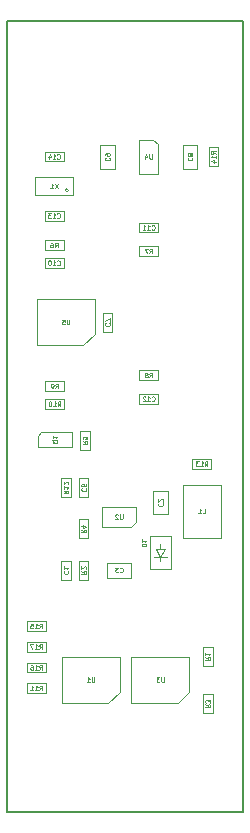
<source format=gbr>
%TF.GenerationSoftware,KiCad,Pcbnew,7.0.10*%
%TF.CreationDate,2024-02-17T17:59:34+01:00*%
%TF.ProjectId,Master_Clock,4d617374-6572-45f4-936c-6f636b2e6b69,1.1*%
%TF.SameCoordinates,Original*%
%TF.FileFunction,AssemblyDrawing,Bot*%
%FSLAX46Y46*%
G04 Gerber Fmt 4.6, Leading zero omitted, Abs format (unit mm)*
G04 Created by KiCad (PCBNEW 7.0.10) date 2024-02-17 17:59:34*
%MOMM*%
%LPD*%
G01*
G04 APERTURE LIST*
%ADD10C,0.060000*%
%ADD11C,0.100000*%
%TA.AperFunction,Profile*%
%ADD12C,0.150000*%
%TD*%
G04 APERTURE END LIST*
D10*
X148257142Y-74643832D02*
X148276190Y-74662880D01*
X148276190Y-74662880D02*
X148333332Y-74681927D01*
X148333332Y-74681927D02*
X148371428Y-74681927D01*
X148371428Y-74681927D02*
X148428571Y-74662880D01*
X148428571Y-74662880D02*
X148466666Y-74624784D01*
X148466666Y-74624784D02*
X148485713Y-74586689D01*
X148485713Y-74586689D02*
X148504761Y-74510499D01*
X148504761Y-74510499D02*
X148504761Y-74453356D01*
X148504761Y-74453356D02*
X148485713Y-74377165D01*
X148485713Y-74377165D02*
X148466666Y-74339070D01*
X148466666Y-74339070D02*
X148428571Y-74300975D01*
X148428571Y-74300975D02*
X148371428Y-74281927D01*
X148371428Y-74281927D02*
X148333332Y-74281927D01*
X148333332Y-74281927D02*
X148276190Y-74300975D01*
X148276190Y-74300975D02*
X148257142Y-74320022D01*
X147876190Y-74681927D02*
X148104761Y-74681927D01*
X147990475Y-74681927D02*
X147990475Y-74281927D01*
X147990475Y-74281927D02*
X148028571Y-74339070D01*
X148028571Y-74339070D02*
X148066666Y-74377165D01*
X148066666Y-74377165D02*
X148104761Y-74396213D01*
X147742857Y-74281927D02*
X147495238Y-74281927D01*
X147495238Y-74281927D02*
X147628571Y-74434308D01*
X147628571Y-74434308D02*
X147571428Y-74434308D01*
X147571428Y-74434308D02*
X147533333Y-74453356D01*
X147533333Y-74453356D02*
X147514285Y-74472403D01*
X147514285Y-74472403D02*
X147495238Y-74510499D01*
X147495238Y-74510499D02*
X147495238Y-74605737D01*
X147495238Y-74605737D02*
X147514285Y-74643832D01*
X147514285Y-74643832D02*
X147533333Y-74662880D01*
X147533333Y-74662880D02*
X147571428Y-74681927D01*
X147571428Y-74681927D02*
X147685714Y-74681927D01*
X147685714Y-74681927D02*
X147723809Y-74662880D01*
X147723809Y-74662880D02*
X147742857Y-74643832D01*
X155418072Y-102495237D02*
X155818072Y-102495237D01*
X155818072Y-102495237D02*
X155818072Y-102399999D01*
X155818072Y-102399999D02*
X155799024Y-102342856D01*
X155799024Y-102342856D02*
X155760929Y-102304761D01*
X155760929Y-102304761D02*
X155722834Y-102285714D01*
X155722834Y-102285714D02*
X155646643Y-102266666D01*
X155646643Y-102266666D02*
X155589500Y-102266666D01*
X155589500Y-102266666D02*
X155513310Y-102285714D01*
X155513310Y-102285714D02*
X155475215Y-102304761D01*
X155475215Y-102304761D02*
X155437120Y-102342856D01*
X155437120Y-102342856D02*
X155418072Y-102399999D01*
X155418072Y-102399999D02*
X155418072Y-102495237D01*
X155418072Y-101885714D02*
X155418072Y-102114285D01*
X155418072Y-101999999D02*
X155818072Y-101999999D01*
X155818072Y-101999999D02*
X155760929Y-102038095D01*
X155760929Y-102038095D02*
X155722834Y-102076190D01*
X155722834Y-102076190D02*
X155703786Y-102114285D01*
X148307142Y-90619427D02*
X148440475Y-90428951D01*
X148535713Y-90619427D02*
X148535713Y-90219427D01*
X148535713Y-90219427D02*
X148383332Y-90219427D01*
X148383332Y-90219427D02*
X148345237Y-90238475D01*
X148345237Y-90238475D02*
X148326190Y-90257522D01*
X148326190Y-90257522D02*
X148307142Y-90295618D01*
X148307142Y-90295618D02*
X148307142Y-90352760D01*
X148307142Y-90352760D02*
X148326190Y-90390856D01*
X148326190Y-90390856D02*
X148345237Y-90409903D01*
X148345237Y-90409903D02*
X148383332Y-90428951D01*
X148383332Y-90428951D02*
X148535713Y-90428951D01*
X147926190Y-90619427D02*
X148154761Y-90619427D01*
X148040475Y-90619427D02*
X148040475Y-90219427D01*
X148040475Y-90219427D02*
X148078571Y-90276570D01*
X148078571Y-90276570D02*
X148116666Y-90314665D01*
X148116666Y-90314665D02*
X148154761Y-90333713D01*
X147678571Y-90219427D02*
X147640476Y-90219427D01*
X147640476Y-90219427D02*
X147602380Y-90238475D01*
X147602380Y-90238475D02*
X147583333Y-90257522D01*
X147583333Y-90257522D02*
X147564285Y-90295618D01*
X147564285Y-90295618D02*
X147545238Y-90371808D01*
X147545238Y-90371808D02*
X147545238Y-90467046D01*
X147545238Y-90467046D02*
X147564285Y-90543237D01*
X147564285Y-90543237D02*
X147583333Y-90581332D01*
X147583333Y-90581332D02*
X147602380Y-90600380D01*
X147602380Y-90600380D02*
X147640476Y-90619427D01*
X147640476Y-90619427D02*
X147678571Y-90619427D01*
X147678571Y-90619427D02*
X147716666Y-90600380D01*
X147716666Y-90600380D02*
X147735714Y-90581332D01*
X147735714Y-90581332D02*
X147754761Y-90543237D01*
X147754761Y-90543237D02*
X147773809Y-90467046D01*
X147773809Y-90467046D02*
X147773809Y-90371808D01*
X147773809Y-90371808D02*
X147754761Y-90295618D01*
X147754761Y-90295618D02*
X147735714Y-90257522D01*
X147735714Y-90257522D02*
X147716666Y-90238475D01*
X147716666Y-90238475D02*
X147678571Y-90219427D01*
X147829977Y-93475595D02*
X147849024Y-93513690D01*
X147849024Y-93513690D02*
X147887120Y-93551785D01*
X147887120Y-93551785D02*
X147944262Y-93608928D01*
X147944262Y-93608928D02*
X147963310Y-93647023D01*
X147963310Y-93647023D02*
X147963310Y-93685119D01*
X147868072Y-93666071D02*
X147887120Y-93704166D01*
X147887120Y-93704166D02*
X147925215Y-93742261D01*
X147925215Y-93742261D02*
X148001405Y-93761309D01*
X148001405Y-93761309D02*
X148134739Y-93761309D01*
X148134739Y-93761309D02*
X148210929Y-93742261D01*
X148210929Y-93742261D02*
X148249024Y-93704166D01*
X148249024Y-93704166D02*
X148268072Y-93666071D01*
X148268072Y-93666071D02*
X148268072Y-93589880D01*
X148268072Y-93589880D02*
X148249024Y-93551785D01*
X148249024Y-93551785D02*
X148210929Y-93513690D01*
X148210929Y-93513690D02*
X148134739Y-93494642D01*
X148134739Y-93494642D02*
X148001405Y-93494642D01*
X148001405Y-93494642D02*
X147925215Y-93513690D01*
X147925215Y-93513690D02*
X147887120Y-93551785D01*
X147887120Y-93551785D02*
X147868072Y-93589880D01*
X147868072Y-93589880D02*
X147868072Y-93666071D01*
X147868072Y-93113690D02*
X147868072Y-93342261D01*
X147868072Y-93227975D02*
X148268072Y-93227975D01*
X148268072Y-93227975D02*
X148210929Y-93266071D01*
X148210929Y-93266071D02*
X148172834Y-93304166D01*
X148172834Y-93304166D02*
X148153786Y-93342261D01*
X152356167Y-69566666D02*
X152337120Y-69585714D01*
X152337120Y-69585714D02*
X152318072Y-69642856D01*
X152318072Y-69642856D02*
X152318072Y-69680952D01*
X152318072Y-69680952D02*
X152337120Y-69738095D01*
X152337120Y-69738095D02*
X152375215Y-69776190D01*
X152375215Y-69776190D02*
X152413310Y-69795237D01*
X152413310Y-69795237D02*
X152489500Y-69814285D01*
X152489500Y-69814285D02*
X152546643Y-69814285D01*
X152546643Y-69814285D02*
X152622834Y-69795237D01*
X152622834Y-69795237D02*
X152660929Y-69776190D01*
X152660929Y-69776190D02*
X152699024Y-69738095D01*
X152699024Y-69738095D02*
X152718072Y-69680952D01*
X152718072Y-69680952D02*
X152718072Y-69642856D01*
X152718072Y-69642856D02*
X152699024Y-69585714D01*
X152699024Y-69585714D02*
X152679977Y-69566666D01*
X152318072Y-69376190D02*
X152318072Y-69299999D01*
X152318072Y-69299999D02*
X152337120Y-69261904D01*
X152337120Y-69261904D02*
X152356167Y-69242856D01*
X152356167Y-69242856D02*
X152413310Y-69204761D01*
X152413310Y-69204761D02*
X152489500Y-69185714D01*
X152489500Y-69185714D02*
X152641881Y-69185714D01*
X152641881Y-69185714D02*
X152679977Y-69204761D01*
X152679977Y-69204761D02*
X152699024Y-69223809D01*
X152699024Y-69223809D02*
X152718072Y-69261904D01*
X152718072Y-69261904D02*
X152718072Y-69338095D01*
X152718072Y-69338095D02*
X152699024Y-69376190D01*
X152699024Y-69376190D02*
X152679977Y-69395237D01*
X152679977Y-69395237D02*
X152641881Y-69414285D01*
X152641881Y-69414285D02*
X152546643Y-69414285D01*
X152546643Y-69414285D02*
X152508548Y-69395237D01*
X152508548Y-69395237D02*
X152489500Y-69376190D01*
X152489500Y-69376190D02*
X152470453Y-69338095D01*
X152470453Y-69338095D02*
X152470453Y-69261904D01*
X152470453Y-69261904D02*
X152489500Y-69223809D01*
X152489500Y-69223809D02*
X152508548Y-69204761D01*
X152508548Y-69204761D02*
X152546643Y-69185714D01*
X150418072Y-93566666D02*
X150608548Y-93699999D01*
X150418072Y-93795237D02*
X150818072Y-93795237D01*
X150818072Y-93795237D02*
X150818072Y-93642856D01*
X150818072Y-93642856D02*
X150799024Y-93604761D01*
X150799024Y-93604761D02*
X150779977Y-93585714D01*
X150779977Y-93585714D02*
X150741881Y-93566666D01*
X150741881Y-93566666D02*
X150684739Y-93566666D01*
X150684739Y-93566666D02*
X150646643Y-93585714D01*
X150646643Y-93585714D02*
X150627596Y-93604761D01*
X150627596Y-93604761D02*
X150608548Y-93642856D01*
X150608548Y-93642856D02*
X150608548Y-93795237D01*
X150818072Y-93204761D02*
X150818072Y-93395237D01*
X150818072Y-93395237D02*
X150627596Y-93414285D01*
X150627596Y-93414285D02*
X150646643Y-93395237D01*
X150646643Y-93395237D02*
X150665691Y-93357142D01*
X150665691Y-93357142D02*
X150665691Y-93261904D01*
X150665691Y-93261904D02*
X150646643Y-93223809D01*
X150646643Y-93223809D02*
X150627596Y-93204761D01*
X150627596Y-93204761D02*
X150589500Y-93185714D01*
X150589500Y-93185714D02*
X150494262Y-93185714D01*
X150494262Y-93185714D02*
X150456167Y-93204761D01*
X150456167Y-93204761D02*
X150437120Y-93223809D01*
X150437120Y-93223809D02*
X150418072Y-93261904D01*
X150418072Y-93261904D02*
X150418072Y-93357142D01*
X150418072Y-93357142D02*
X150437120Y-93395237D01*
X150437120Y-93395237D02*
X150456167Y-93414285D01*
X156257142Y-90143832D02*
X156276190Y-90162880D01*
X156276190Y-90162880D02*
X156333332Y-90181927D01*
X156333332Y-90181927D02*
X156371428Y-90181927D01*
X156371428Y-90181927D02*
X156428571Y-90162880D01*
X156428571Y-90162880D02*
X156466666Y-90124784D01*
X156466666Y-90124784D02*
X156485713Y-90086689D01*
X156485713Y-90086689D02*
X156504761Y-90010499D01*
X156504761Y-90010499D02*
X156504761Y-89953356D01*
X156504761Y-89953356D02*
X156485713Y-89877165D01*
X156485713Y-89877165D02*
X156466666Y-89839070D01*
X156466666Y-89839070D02*
X156428571Y-89800975D01*
X156428571Y-89800975D02*
X156371428Y-89781927D01*
X156371428Y-89781927D02*
X156333332Y-89781927D01*
X156333332Y-89781927D02*
X156276190Y-89800975D01*
X156276190Y-89800975D02*
X156257142Y-89820022D01*
X155876190Y-90181927D02*
X156104761Y-90181927D01*
X155990475Y-90181927D02*
X155990475Y-89781927D01*
X155990475Y-89781927D02*
X156028571Y-89839070D01*
X156028571Y-89839070D02*
X156066666Y-89877165D01*
X156066666Y-89877165D02*
X156104761Y-89896213D01*
X155723809Y-89820022D02*
X155704761Y-89800975D01*
X155704761Y-89800975D02*
X155666666Y-89781927D01*
X155666666Y-89781927D02*
X155571428Y-89781927D01*
X155571428Y-89781927D02*
X155533333Y-89800975D01*
X155533333Y-89800975D02*
X155514285Y-89820022D01*
X155514285Y-89820022D02*
X155495238Y-89858118D01*
X155495238Y-89858118D02*
X155495238Y-89896213D01*
X155495238Y-89896213D02*
X155514285Y-89953356D01*
X155514285Y-89953356D02*
X155742857Y-90181927D01*
X155742857Y-90181927D02*
X155495238Y-90181927D01*
X160757142Y-95681927D02*
X160890475Y-95491451D01*
X160985713Y-95681927D02*
X160985713Y-95281927D01*
X160985713Y-95281927D02*
X160833332Y-95281927D01*
X160833332Y-95281927D02*
X160795237Y-95300975D01*
X160795237Y-95300975D02*
X160776190Y-95320022D01*
X160776190Y-95320022D02*
X160757142Y-95358118D01*
X160757142Y-95358118D02*
X160757142Y-95415260D01*
X160757142Y-95415260D02*
X160776190Y-95453356D01*
X160776190Y-95453356D02*
X160795237Y-95472403D01*
X160795237Y-95472403D02*
X160833332Y-95491451D01*
X160833332Y-95491451D02*
X160985713Y-95491451D01*
X160376190Y-95681927D02*
X160604761Y-95681927D01*
X160490475Y-95681927D02*
X160490475Y-95281927D01*
X160490475Y-95281927D02*
X160528571Y-95339070D01*
X160528571Y-95339070D02*
X160566666Y-95377165D01*
X160566666Y-95377165D02*
X160604761Y-95396213D01*
X160242857Y-95281927D02*
X159995238Y-95281927D01*
X159995238Y-95281927D02*
X160128571Y-95434308D01*
X160128571Y-95434308D02*
X160071428Y-95434308D01*
X160071428Y-95434308D02*
X160033333Y-95453356D01*
X160033333Y-95453356D02*
X160014285Y-95472403D01*
X160014285Y-95472403D02*
X159995238Y-95510499D01*
X159995238Y-95510499D02*
X159995238Y-95605737D01*
X159995238Y-95605737D02*
X160014285Y-95643832D01*
X160014285Y-95643832D02*
X160033333Y-95662880D01*
X160033333Y-95662880D02*
X160071428Y-95681927D01*
X160071428Y-95681927D02*
X160185714Y-95681927D01*
X160185714Y-95681927D02*
X160223809Y-95662880D01*
X160223809Y-95662880D02*
X160242857Y-95643832D01*
X148257142Y-69643832D02*
X148276190Y-69662880D01*
X148276190Y-69662880D02*
X148333332Y-69681927D01*
X148333332Y-69681927D02*
X148371428Y-69681927D01*
X148371428Y-69681927D02*
X148428571Y-69662880D01*
X148428571Y-69662880D02*
X148466666Y-69624784D01*
X148466666Y-69624784D02*
X148485713Y-69586689D01*
X148485713Y-69586689D02*
X148504761Y-69510499D01*
X148504761Y-69510499D02*
X148504761Y-69453356D01*
X148504761Y-69453356D02*
X148485713Y-69377165D01*
X148485713Y-69377165D02*
X148466666Y-69339070D01*
X148466666Y-69339070D02*
X148428571Y-69300975D01*
X148428571Y-69300975D02*
X148371428Y-69281927D01*
X148371428Y-69281927D02*
X148333332Y-69281927D01*
X148333332Y-69281927D02*
X148276190Y-69300975D01*
X148276190Y-69300975D02*
X148257142Y-69320022D01*
X147876190Y-69681927D02*
X148104761Y-69681927D01*
X147990475Y-69681927D02*
X147990475Y-69281927D01*
X147990475Y-69281927D02*
X148028571Y-69339070D01*
X148028571Y-69339070D02*
X148066666Y-69377165D01*
X148066666Y-69377165D02*
X148104761Y-69396213D01*
X147533333Y-69415260D02*
X147533333Y-69681927D01*
X147628571Y-69262880D02*
X147723809Y-69548594D01*
X147723809Y-69548594D02*
X147476190Y-69548594D01*
X150356167Y-97566666D02*
X150337120Y-97585714D01*
X150337120Y-97585714D02*
X150318072Y-97642856D01*
X150318072Y-97642856D02*
X150318072Y-97680952D01*
X150318072Y-97680952D02*
X150337120Y-97738095D01*
X150337120Y-97738095D02*
X150375215Y-97776190D01*
X150375215Y-97776190D02*
X150413310Y-97795237D01*
X150413310Y-97795237D02*
X150489500Y-97814285D01*
X150489500Y-97814285D02*
X150546643Y-97814285D01*
X150546643Y-97814285D02*
X150622834Y-97795237D01*
X150622834Y-97795237D02*
X150660929Y-97776190D01*
X150660929Y-97776190D02*
X150699024Y-97738095D01*
X150699024Y-97738095D02*
X150718072Y-97680952D01*
X150718072Y-97680952D02*
X150718072Y-97642856D01*
X150718072Y-97642856D02*
X150699024Y-97585714D01*
X150699024Y-97585714D02*
X150679977Y-97566666D01*
X150718072Y-97223809D02*
X150718072Y-97299999D01*
X150718072Y-97299999D02*
X150699024Y-97338095D01*
X150699024Y-97338095D02*
X150679977Y-97357142D01*
X150679977Y-97357142D02*
X150622834Y-97395237D01*
X150622834Y-97395237D02*
X150546643Y-97414285D01*
X150546643Y-97414285D02*
X150394262Y-97414285D01*
X150394262Y-97414285D02*
X150356167Y-97395237D01*
X150356167Y-97395237D02*
X150337120Y-97376190D01*
X150337120Y-97376190D02*
X150318072Y-97338095D01*
X150318072Y-97338095D02*
X150318072Y-97261904D01*
X150318072Y-97261904D02*
X150337120Y-97223809D01*
X150337120Y-97223809D02*
X150356167Y-97204761D01*
X150356167Y-97204761D02*
X150394262Y-97185714D01*
X150394262Y-97185714D02*
X150489500Y-97185714D01*
X150489500Y-97185714D02*
X150527596Y-97204761D01*
X150527596Y-97204761D02*
X150546643Y-97223809D01*
X150546643Y-97223809D02*
X150565691Y-97261904D01*
X150565691Y-97261904D02*
X150565691Y-97338095D01*
X150565691Y-97338095D02*
X150546643Y-97376190D01*
X150546643Y-97376190D02*
X150527596Y-97395237D01*
X150527596Y-97395237D02*
X150489500Y-97414285D01*
X161681927Y-69242857D02*
X161491451Y-69109524D01*
X161681927Y-69014286D02*
X161281927Y-69014286D01*
X161281927Y-69014286D02*
X161281927Y-69166667D01*
X161281927Y-69166667D02*
X161300975Y-69204762D01*
X161300975Y-69204762D02*
X161320022Y-69223809D01*
X161320022Y-69223809D02*
X161358118Y-69242857D01*
X161358118Y-69242857D02*
X161415260Y-69242857D01*
X161415260Y-69242857D02*
X161453356Y-69223809D01*
X161453356Y-69223809D02*
X161472403Y-69204762D01*
X161472403Y-69204762D02*
X161491451Y-69166667D01*
X161491451Y-69166667D02*
X161491451Y-69014286D01*
X161681927Y-69623809D02*
X161681927Y-69395238D01*
X161681927Y-69509524D02*
X161281927Y-69509524D01*
X161281927Y-69509524D02*
X161339070Y-69471428D01*
X161339070Y-69471428D02*
X161377165Y-69433333D01*
X161377165Y-69433333D02*
X161396213Y-69395238D01*
X161415260Y-69966666D02*
X161681927Y-69966666D01*
X161262880Y-69871428D02*
X161548594Y-69776190D01*
X161548594Y-69776190D02*
X161548594Y-70023809D01*
X150318072Y-104566666D02*
X150508548Y-104699999D01*
X150318072Y-104795237D02*
X150718072Y-104795237D01*
X150718072Y-104795237D02*
X150718072Y-104642856D01*
X150718072Y-104642856D02*
X150699024Y-104604761D01*
X150699024Y-104604761D02*
X150679977Y-104585714D01*
X150679977Y-104585714D02*
X150641881Y-104566666D01*
X150641881Y-104566666D02*
X150584739Y-104566666D01*
X150584739Y-104566666D02*
X150546643Y-104585714D01*
X150546643Y-104585714D02*
X150527596Y-104604761D01*
X150527596Y-104604761D02*
X150508548Y-104642856D01*
X150508548Y-104642856D02*
X150508548Y-104795237D01*
X150679977Y-104414285D02*
X150699024Y-104395237D01*
X150699024Y-104395237D02*
X150718072Y-104357142D01*
X150718072Y-104357142D02*
X150718072Y-104261904D01*
X150718072Y-104261904D02*
X150699024Y-104223809D01*
X150699024Y-104223809D02*
X150679977Y-104204761D01*
X150679977Y-104204761D02*
X150641881Y-104185714D01*
X150641881Y-104185714D02*
X150603786Y-104185714D01*
X150603786Y-104185714D02*
X150546643Y-104204761D01*
X150546643Y-104204761D02*
X150318072Y-104433333D01*
X150318072Y-104433333D02*
X150318072Y-104185714D01*
X150318072Y-101066666D02*
X150508548Y-101199999D01*
X150318072Y-101295237D02*
X150718072Y-101295237D01*
X150718072Y-101295237D02*
X150718072Y-101142856D01*
X150718072Y-101142856D02*
X150699024Y-101104761D01*
X150699024Y-101104761D02*
X150679977Y-101085714D01*
X150679977Y-101085714D02*
X150641881Y-101066666D01*
X150641881Y-101066666D02*
X150584739Y-101066666D01*
X150584739Y-101066666D02*
X150546643Y-101085714D01*
X150546643Y-101085714D02*
X150527596Y-101104761D01*
X150527596Y-101104761D02*
X150508548Y-101142856D01*
X150508548Y-101142856D02*
X150508548Y-101295237D01*
X150584739Y-100723809D02*
X150318072Y-100723809D01*
X150737120Y-100819047D02*
X150451405Y-100914285D01*
X150451405Y-100914285D02*
X150451405Y-100666666D01*
X153804761Y-99781927D02*
X153804761Y-100105737D01*
X153804761Y-100105737D02*
X153785714Y-100143832D01*
X153785714Y-100143832D02*
X153766666Y-100162880D01*
X153766666Y-100162880D02*
X153728571Y-100181927D01*
X153728571Y-100181927D02*
X153652380Y-100181927D01*
X153652380Y-100181927D02*
X153614285Y-100162880D01*
X153614285Y-100162880D02*
X153595238Y-100143832D01*
X153595238Y-100143832D02*
X153576190Y-100105737D01*
X153576190Y-100105737D02*
X153576190Y-99781927D01*
X153404761Y-99820022D02*
X153385713Y-99800975D01*
X153385713Y-99800975D02*
X153347618Y-99781927D01*
X153347618Y-99781927D02*
X153252380Y-99781927D01*
X153252380Y-99781927D02*
X153214285Y-99800975D01*
X153214285Y-99800975D02*
X153195237Y-99820022D01*
X153195237Y-99820022D02*
X153176190Y-99858118D01*
X153176190Y-99858118D02*
X153176190Y-99896213D01*
X153176190Y-99896213D02*
X153195237Y-99953356D01*
X153195237Y-99953356D02*
X153423809Y-100181927D01*
X153423809Y-100181927D02*
X153176190Y-100181927D01*
X148856167Y-104566666D02*
X148837120Y-104585714D01*
X148837120Y-104585714D02*
X148818072Y-104642856D01*
X148818072Y-104642856D02*
X148818072Y-104680952D01*
X148818072Y-104680952D02*
X148837120Y-104738095D01*
X148837120Y-104738095D02*
X148875215Y-104776190D01*
X148875215Y-104776190D02*
X148913310Y-104795237D01*
X148913310Y-104795237D02*
X148989500Y-104814285D01*
X148989500Y-104814285D02*
X149046643Y-104814285D01*
X149046643Y-104814285D02*
X149122834Y-104795237D01*
X149122834Y-104795237D02*
X149160929Y-104776190D01*
X149160929Y-104776190D02*
X149199024Y-104738095D01*
X149199024Y-104738095D02*
X149218072Y-104680952D01*
X149218072Y-104680952D02*
X149218072Y-104642856D01*
X149218072Y-104642856D02*
X149199024Y-104585714D01*
X149199024Y-104585714D02*
X149179977Y-104566666D01*
X148818072Y-104185714D02*
X148818072Y-104414285D01*
X148818072Y-104299999D02*
X149218072Y-104299999D01*
X149218072Y-104299999D02*
X149160929Y-104338095D01*
X149160929Y-104338095D02*
X149122834Y-104376190D01*
X149122834Y-104376190D02*
X149103786Y-104414285D01*
X149304761Y-83281927D02*
X149304761Y-83605737D01*
X149304761Y-83605737D02*
X149285714Y-83643832D01*
X149285714Y-83643832D02*
X149266666Y-83662880D01*
X149266666Y-83662880D02*
X149228571Y-83681927D01*
X149228571Y-83681927D02*
X149152380Y-83681927D01*
X149152380Y-83681927D02*
X149114285Y-83662880D01*
X149114285Y-83662880D02*
X149095238Y-83643832D01*
X149095238Y-83643832D02*
X149076190Y-83605737D01*
X149076190Y-83605737D02*
X149076190Y-83281927D01*
X148695237Y-83281927D02*
X148885713Y-83281927D01*
X148885713Y-83281927D02*
X148904761Y-83472403D01*
X148904761Y-83472403D02*
X148885713Y-83453356D01*
X148885713Y-83453356D02*
X148847618Y-83434308D01*
X148847618Y-83434308D02*
X148752380Y-83434308D01*
X148752380Y-83434308D02*
X148714285Y-83453356D01*
X148714285Y-83453356D02*
X148695237Y-83472403D01*
X148695237Y-83472403D02*
X148676190Y-83510499D01*
X148676190Y-83510499D02*
X148676190Y-83605737D01*
X148676190Y-83605737D02*
X148695237Y-83643832D01*
X148695237Y-83643832D02*
X148714285Y-83662880D01*
X148714285Y-83662880D02*
X148752380Y-83681927D01*
X148752380Y-83681927D02*
X148847618Y-83681927D01*
X148847618Y-83681927D02*
X148885713Y-83662880D01*
X148885713Y-83662880D02*
X148904761Y-83643832D01*
X156257142Y-75643832D02*
X156276190Y-75662880D01*
X156276190Y-75662880D02*
X156333332Y-75681927D01*
X156333332Y-75681927D02*
X156371428Y-75681927D01*
X156371428Y-75681927D02*
X156428571Y-75662880D01*
X156428571Y-75662880D02*
X156466666Y-75624784D01*
X156466666Y-75624784D02*
X156485713Y-75586689D01*
X156485713Y-75586689D02*
X156504761Y-75510499D01*
X156504761Y-75510499D02*
X156504761Y-75453356D01*
X156504761Y-75453356D02*
X156485713Y-75377165D01*
X156485713Y-75377165D02*
X156466666Y-75339070D01*
X156466666Y-75339070D02*
X156428571Y-75300975D01*
X156428571Y-75300975D02*
X156371428Y-75281927D01*
X156371428Y-75281927D02*
X156333332Y-75281927D01*
X156333332Y-75281927D02*
X156276190Y-75300975D01*
X156276190Y-75300975D02*
X156257142Y-75320022D01*
X155876190Y-75681927D02*
X156104761Y-75681927D01*
X155990475Y-75681927D02*
X155990475Y-75281927D01*
X155990475Y-75281927D02*
X156028571Y-75339070D01*
X156028571Y-75339070D02*
X156066666Y-75377165D01*
X156066666Y-75377165D02*
X156104761Y-75396213D01*
X155495238Y-75681927D02*
X155723809Y-75681927D01*
X155609523Y-75681927D02*
X155609523Y-75281927D01*
X155609523Y-75281927D02*
X155647619Y-75339070D01*
X155647619Y-75339070D02*
X155685714Y-75377165D01*
X155685714Y-75377165D02*
X155723809Y-75396213D01*
X146757142Y-109431927D02*
X146890475Y-109241451D01*
X146985713Y-109431927D02*
X146985713Y-109031927D01*
X146985713Y-109031927D02*
X146833332Y-109031927D01*
X146833332Y-109031927D02*
X146795237Y-109050975D01*
X146795237Y-109050975D02*
X146776190Y-109070022D01*
X146776190Y-109070022D02*
X146757142Y-109108118D01*
X146757142Y-109108118D02*
X146757142Y-109165260D01*
X146757142Y-109165260D02*
X146776190Y-109203356D01*
X146776190Y-109203356D02*
X146795237Y-109222403D01*
X146795237Y-109222403D02*
X146833332Y-109241451D01*
X146833332Y-109241451D02*
X146985713Y-109241451D01*
X146376190Y-109431927D02*
X146604761Y-109431927D01*
X146490475Y-109431927D02*
X146490475Y-109031927D01*
X146490475Y-109031927D02*
X146528571Y-109089070D01*
X146528571Y-109089070D02*
X146566666Y-109127165D01*
X146566666Y-109127165D02*
X146604761Y-109146213D01*
X146014285Y-109031927D02*
X146204761Y-109031927D01*
X146204761Y-109031927D02*
X146223809Y-109222403D01*
X146223809Y-109222403D02*
X146204761Y-109203356D01*
X146204761Y-109203356D02*
X146166666Y-109184308D01*
X146166666Y-109184308D02*
X146071428Y-109184308D01*
X146071428Y-109184308D02*
X146033333Y-109203356D01*
X146033333Y-109203356D02*
X146014285Y-109222403D01*
X146014285Y-109222403D02*
X145995238Y-109260499D01*
X145995238Y-109260499D02*
X145995238Y-109355737D01*
X145995238Y-109355737D02*
X146014285Y-109393832D01*
X146014285Y-109393832D02*
X146033333Y-109412880D01*
X146033333Y-109412880D02*
X146071428Y-109431927D01*
X146071428Y-109431927D02*
X146166666Y-109431927D01*
X146166666Y-109431927D02*
X146204761Y-109412880D01*
X146204761Y-109412880D02*
X146223809Y-109393832D01*
X160566666Y-99681927D02*
X160757142Y-99681927D01*
X160757142Y-99681927D02*
X160757142Y-99281927D01*
X160223809Y-99681927D02*
X160452380Y-99681927D01*
X160338094Y-99681927D02*
X160338094Y-99281927D01*
X160338094Y-99281927D02*
X160376190Y-99339070D01*
X160376190Y-99339070D02*
X160414285Y-99377165D01*
X160414285Y-99377165D02*
X160452380Y-99396213D01*
X157304761Y-113581927D02*
X157304761Y-113905737D01*
X157304761Y-113905737D02*
X157285714Y-113943832D01*
X157285714Y-113943832D02*
X157266666Y-113962880D01*
X157266666Y-113962880D02*
X157228571Y-113981927D01*
X157228571Y-113981927D02*
X157152380Y-113981927D01*
X157152380Y-113981927D02*
X157114285Y-113962880D01*
X157114285Y-113962880D02*
X157095238Y-113943832D01*
X157095238Y-113943832D02*
X157076190Y-113905737D01*
X157076190Y-113905737D02*
X157076190Y-113581927D01*
X156923809Y-113581927D02*
X156676190Y-113581927D01*
X156676190Y-113581927D02*
X156809523Y-113734308D01*
X156809523Y-113734308D02*
X156752380Y-113734308D01*
X156752380Y-113734308D02*
X156714285Y-113753356D01*
X156714285Y-113753356D02*
X156695237Y-113772403D01*
X156695237Y-113772403D02*
X156676190Y-113810499D01*
X156676190Y-113810499D02*
X156676190Y-113905737D01*
X156676190Y-113905737D02*
X156695237Y-113943832D01*
X156695237Y-113943832D02*
X156714285Y-113962880D01*
X156714285Y-113962880D02*
X156752380Y-113981927D01*
X156752380Y-113981927D02*
X156866666Y-113981927D01*
X156866666Y-113981927D02*
X156904761Y-113962880D01*
X156904761Y-113962880D02*
X156923809Y-113943832D01*
X156066666Y-88181927D02*
X156199999Y-87991451D01*
X156295237Y-88181927D02*
X156295237Y-87781927D01*
X156295237Y-87781927D02*
X156142856Y-87781927D01*
X156142856Y-87781927D02*
X156104761Y-87800975D01*
X156104761Y-87800975D02*
X156085714Y-87820022D01*
X156085714Y-87820022D02*
X156066666Y-87858118D01*
X156066666Y-87858118D02*
X156066666Y-87915260D01*
X156066666Y-87915260D02*
X156085714Y-87953356D01*
X156085714Y-87953356D02*
X156104761Y-87972403D01*
X156104761Y-87972403D02*
X156142856Y-87991451D01*
X156142856Y-87991451D02*
X156295237Y-87991451D01*
X155838095Y-87953356D02*
X155876190Y-87934308D01*
X155876190Y-87934308D02*
X155895237Y-87915260D01*
X155895237Y-87915260D02*
X155914285Y-87877165D01*
X155914285Y-87877165D02*
X155914285Y-87858118D01*
X155914285Y-87858118D02*
X155895237Y-87820022D01*
X155895237Y-87820022D02*
X155876190Y-87800975D01*
X155876190Y-87800975D02*
X155838095Y-87781927D01*
X155838095Y-87781927D02*
X155761904Y-87781927D01*
X155761904Y-87781927D02*
X155723809Y-87800975D01*
X155723809Y-87800975D02*
X155704761Y-87820022D01*
X155704761Y-87820022D02*
X155685714Y-87858118D01*
X155685714Y-87858118D02*
X155685714Y-87877165D01*
X155685714Y-87877165D02*
X155704761Y-87915260D01*
X155704761Y-87915260D02*
X155723809Y-87934308D01*
X155723809Y-87934308D02*
X155761904Y-87953356D01*
X155761904Y-87953356D02*
X155838095Y-87953356D01*
X155838095Y-87953356D02*
X155876190Y-87972403D01*
X155876190Y-87972403D02*
X155895237Y-87991451D01*
X155895237Y-87991451D02*
X155914285Y-88029546D01*
X155914285Y-88029546D02*
X155914285Y-88105737D01*
X155914285Y-88105737D02*
X155895237Y-88143832D01*
X155895237Y-88143832D02*
X155876190Y-88162880D01*
X155876190Y-88162880D02*
X155838095Y-88181927D01*
X155838095Y-88181927D02*
X155761904Y-88181927D01*
X155761904Y-88181927D02*
X155723809Y-88162880D01*
X155723809Y-88162880D02*
X155704761Y-88143832D01*
X155704761Y-88143832D02*
X155685714Y-88105737D01*
X155685714Y-88105737D02*
X155685714Y-88029546D01*
X155685714Y-88029546D02*
X155704761Y-87991451D01*
X155704761Y-87991451D02*
X155723809Y-87972403D01*
X155723809Y-87972403D02*
X155761904Y-87953356D01*
X148257142Y-78643832D02*
X148276190Y-78662880D01*
X148276190Y-78662880D02*
X148333332Y-78681927D01*
X148333332Y-78681927D02*
X148371428Y-78681927D01*
X148371428Y-78681927D02*
X148428571Y-78662880D01*
X148428571Y-78662880D02*
X148466666Y-78624784D01*
X148466666Y-78624784D02*
X148485713Y-78586689D01*
X148485713Y-78586689D02*
X148504761Y-78510499D01*
X148504761Y-78510499D02*
X148504761Y-78453356D01*
X148504761Y-78453356D02*
X148485713Y-78377165D01*
X148485713Y-78377165D02*
X148466666Y-78339070D01*
X148466666Y-78339070D02*
X148428571Y-78300975D01*
X148428571Y-78300975D02*
X148371428Y-78281927D01*
X148371428Y-78281927D02*
X148333332Y-78281927D01*
X148333332Y-78281927D02*
X148276190Y-78300975D01*
X148276190Y-78300975D02*
X148257142Y-78320022D01*
X147876190Y-78681927D02*
X148104761Y-78681927D01*
X147990475Y-78681927D02*
X147990475Y-78281927D01*
X147990475Y-78281927D02*
X148028571Y-78339070D01*
X148028571Y-78339070D02*
X148066666Y-78377165D01*
X148066666Y-78377165D02*
X148104761Y-78396213D01*
X147628571Y-78281927D02*
X147590476Y-78281927D01*
X147590476Y-78281927D02*
X147552380Y-78300975D01*
X147552380Y-78300975D02*
X147533333Y-78320022D01*
X147533333Y-78320022D02*
X147514285Y-78358118D01*
X147514285Y-78358118D02*
X147495238Y-78434308D01*
X147495238Y-78434308D02*
X147495238Y-78529546D01*
X147495238Y-78529546D02*
X147514285Y-78605737D01*
X147514285Y-78605737D02*
X147533333Y-78643832D01*
X147533333Y-78643832D02*
X147552380Y-78662880D01*
X147552380Y-78662880D02*
X147590476Y-78681927D01*
X147590476Y-78681927D02*
X147628571Y-78681927D01*
X147628571Y-78681927D02*
X147666666Y-78662880D01*
X147666666Y-78662880D02*
X147685714Y-78643832D01*
X147685714Y-78643832D02*
X147704761Y-78605737D01*
X147704761Y-78605737D02*
X147723809Y-78529546D01*
X147723809Y-78529546D02*
X147723809Y-78434308D01*
X147723809Y-78434308D02*
X147704761Y-78358118D01*
X147704761Y-78358118D02*
X147685714Y-78320022D01*
X147685714Y-78320022D02*
X147666666Y-78300975D01*
X147666666Y-78300975D02*
X147628571Y-78281927D01*
X152356167Y-83591666D02*
X152337120Y-83610714D01*
X152337120Y-83610714D02*
X152318072Y-83667856D01*
X152318072Y-83667856D02*
X152318072Y-83705952D01*
X152318072Y-83705952D02*
X152337120Y-83763095D01*
X152337120Y-83763095D02*
X152375215Y-83801190D01*
X152375215Y-83801190D02*
X152413310Y-83820237D01*
X152413310Y-83820237D02*
X152489500Y-83839285D01*
X152489500Y-83839285D02*
X152546643Y-83839285D01*
X152546643Y-83839285D02*
X152622834Y-83820237D01*
X152622834Y-83820237D02*
X152660929Y-83801190D01*
X152660929Y-83801190D02*
X152699024Y-83763095D01*
X152699024Y-83763095D02*
X152718072Y-83705952D01*
X152718072Y-83705952D02*
X152718072Y-83667856D01*
X152718072Y-83667856D02*
X152699024Y-83610714D01*
X152699024Y-83610714D02*
X152679977Y-83591666D01*
X152718072Y-83458333D02*
X152718072Y-83191666D01*
X152718072Y-83191666D02*
X152318072Y-83363095D01*
X146757142Y-112931927D02*
X146890475Y-112741451D01*
X146985713Y-112931927D02*
X146985713Y-112531927D01*
X146985713Y-112531927D02*
X146833332Y-112531927D01*
X146833332Y-112531927D02*
X146795237Y-112550975D01*
X146795237Y-112550975D02*
X146776190Y-112570022D01*
X146776190Y-112570022D02*
X146757142Y-112608118D01*
X146757142Y-112608118D02*
X146757142Y-112665260D01*
X146757142Y-112665260D02*
X146776190Y-112703356D01*
X146776190Y-112703356D02*
X146795237Y-112722403D01*
X146795237Y-112722403D02*
X146833332Y-112741451D01*
X146833332Y-112741451D02*
X146985713Y-112741451D01*
X146376190Y-112931927D02*
X146604761Y-112931927D01*
X146490475Y-112931927D02*
X146490475Y-112531927D01*
X146490475Y-112531927D02*
X146528571Y-112589070D01*
X146528571Y-112589070D02*
X146566666Y-112627165D01*
X146566666Y-112627165D02*
X146604761Y-112646213D01*
X146033333Y-112531927D02*
X146109523Y-112531927D01*
X146109523Y-112531927D02*
X146147619Y-112550975D01*
X146147619Y-112550975D02*
X146166666Y-112570022D01*
X146166666Y-112570022D02*
X146204761Y-112627165D01*
X146204761Y-112627165D02*
X146223809Y-112703356D01*
X146223809Y-112703356D02*
X146223809Y-112855737D01*
X146223809Y-112855737D02*
X146204761Y-112893832D01*
X146204761Y-112893832D02*
X146185714Y-112912880D01*
X146185714Y-112912880D02*
X146147619Y-112931927D01*
X146147619Y-112931927D02*
X146071428Y-112931927D01*
X146071428Y-112931927D02*
X146033333Y-112912880D01*
X146033333Y-112912880D02*
X146014285Y-112893832D01*
X146014285Y-112893832D02*
X145995238Y-112855737D01*
X145995238Y-112855737D02*
X145995238Y-112760499D01*
X145995238Y-112760499D02*
X146014285Y-112722403D01*
X146014285Y-112722403D02*
X146033333Y-112703356D01*
X146033333Y-112703356D02*
X146071428Y-112684308D01*
X146071428Y-112684308D02*
X146147619Y-112684308D01*
X146147619Y-112684308D02*
X146185714Y-112703356D01*
X146185714Y-112703356D02*
X146204761Y-112722403D01*
X146204761Y-112722403D02*
X146223809Y-112760499D01*
X148116666Y-89119427D02*
X148249999Y-88928951D01*
X148345237Y-89119427D02*
X148345237Y-88719427D01*
X148345237Y-88719427D02*
X148192856Y-88719427D01*
X148192856Y-88719427D02*
X148154761Y-88738475D01*
X148154761Y-88738475D02*
X148135714Y-88757522D01*
X148135714Y-88757522D02*
X148116666Y-88795618D01*
X148116666Y-88795618D02*
X148116666Y-88852760D01*
X148116666Y-88852760D02*
X148135714Y-88890856D01*
X148135714Y-88890856D02*
X148154761Y-88909903D01*
X148154761Y-88909903D02*
X148192856Y-88928951D01*
X148192856Y-88928951D02*
X148345237Y-88928951D01*
X147926190Y-89119427D02*
X147849999Y-89119427D01*
X147849999Y-89119427D02*
X147811904Y-89100380D01*
X147811904Y-89100380D02*
X147792856Y-89081332D01*
X147792856Y-89081332D02*
X147754761Y-89024189D01*
X147754761Y-89024189D02*
X147735714Y-88947999D01*
X147735714Y-88947999D02*
X147735714Y-88795618D01*
X147735714Y-88795618D02*
X147754761Y-88757522D01*
X147754761Y-88757522D02*
X147773809Y-88738475D01*
X147773809Y-88738475D02*
X147811904Y-88719427D01*
X147811904Y-88719427D02*
X147888095Y-88719427D01*
X147888095Y-88719427D02*
X147926190Y-88738475D01*
X147926190Y-88738475D02*
X147945237Y-88757522D01*
X147945237Y-88757522D02*
X147964285Y-88795618D01*
X147964285Y-88795618D02*
X147964285Y-88890856D01*
X147964285Y-88890856D02*
X147945237Y-88928951D01*
X147945237Y-88928951D02*
X147926190Y-88947999D01*
X147926190Y-88947999D02*
X147888095Y-88967046D01*
X147888095Y-88967046D02*
X147811904Y-88967046D01*
X147811904Y-88967046D02*
X147773809Y-88947999D01*
X147773809Y-88947999D02*
X147754761Y-88928951D01*
X147754761Y-88928951D02*
X147735714Y-88890856D01*
X146757142Y-111181927D02*
X146890475Y-110991451D01*
X146985713Y-111181927D02*
X146985713Y-110781927D01*
X146985713Y-110781927D02*
X146833332Y-110781927D01*
X146833332Y-110781927D02*
X146795237Y-110800975D01*
X146795237Y-110800975D02*
X146776190Y-110820022D01*
X146776190Y-110820022D02*
X146757142Y-110858118D01*
X146757142Y-110858118D02*
X146757142Y-110915260D01*
X146757142Y-110915260D02*
X146776190Y-110953356D01*
X146776190Y-110953356D02*
X146795237Y-110972403D01*
X146795237Y-110972403D02*
X146833332Y-110991451D01*
X146833332Y-110991451D02*
X146985713Y-110991451D01*
X146376190Y-111181927D02*
X146604761Y-111181927D01*
X146490475Y-111181927D02*
X146490475Y-110781927D01*
X146490475Y-110781927D02*
X146528571Y-110839070D01*
X146528571Y-110839070D02*
X146566666Y-110877165D01*
X146566666Y-110877165D02*
X146604761Y-110896213D01*
X146242857Y-110781927D02*
X145976190Y-110781927D01*
X145976190Y-110781927D02*
X146147619Y-111181927D01*
X156066666Y-77681927D02*
X156199999Y-77491451D01*
X156295237Y-77681927D02*
X156295237Y-77281927D01*
X156295237Y-77281927D02*
X156142856Y-77281927D01*
X156142856Y-77281927D02*
X156104761Y-77300975D01*
X156104761Y-77300975D02*
X156085714Y-77320022D01*
X156085714Y-77320022D02*
X156066666Y-77358118D01*
X156066666Y-77358118D02*
X156066666Y-77415260D01*
X156066666Y-77415260D02*
X156085714Y-77453356D01*
X156085714Y-77453356D02*
X156104761Y-77472403D01*
X156104761Y-77472403D02*
X156142856Y-77491451D01*
X156142856Y-77491451D02*
X156295237Y-77491451D01*
X155933333Y-77281927D02*
X155666666Y-77281927D01*
X155666666Y-77281927D02*
X155838095Y-77681927D01*
X148818072Y-97757142D02*
X149008548Y-97890475D01*
X148818072Y-97985713D02*
X149218072Y-97985713D01*
X149218072Y-97985713D02*
X149218072Y-97833332D01*
X149218072Y-97833332D02*
X149199024Y-97795237D01*
X149199024Y-97795237D02*
X149179977Y-97776190D01*
X149179977Y-97776190D02*
X149141881Y-97757142D01*
X149141881Y-97757142D02*
X149084739Y-97757142D01*
X149084739Y-97757142D02*
X149046643Y-97776190D01*
X149046643Y-97776190D02*
X149027596Y-97795237D01*
X149027596Y-97795237D02*
X149008548Y-97833332D01*
X149008548Y-97833332D02*
X149008548Y-97985713D01*
X148818072Y-97376190D02*
X148818072Y-97604761D01*
X148818072Y-97490475D02*
X149218072Y-97490475D01*
X149218072Y-97490475D02*
X149160929Y-97528571D01*
X149160929Y-97528571D02*
X149122834Y-97566666D01*
X149122834Y-97566666D02*
X149103786Y-97604761D01*
X149179977Y-97223809D02*
X149199024Y-97204761D01*
X149199024Y-97204761D02*
X149218072Y-97166666D01*
X149218072Y-97166666D02*
X149218072Y-97071428D01*
X149218072Y-97071428D02*
X149199024Y-97033333D01*
X149199024Y-97033333D02*
X149179977Y-97014285D01*
X149179977Y-97014285D02*
X149141881Y-96995238D01*
X149141881Y-96995238D02*
X149103786Y-96995238D01*
X149103786Y-96995238D02*
X149046643Y-97014285D01*
X149046643Y-97014285D02*
X148818072Y-97242857D01*
X148818072Y-97242857D02*
X148818072Y-96995238D01*
X148066666Y-77181927D02*
X148199999Y-76991451D01*
X148295237Y-77181927D02*
X148295237Y-76781927D01*
X148295237Y-76781927D02*
X148142856Y-76781927D01*
X148142856Y-76781927D02*
X148104761Y-76800975D01*
X148104761Y-76800975D02*
X148085714Y-76820022D01*
X148085714Y-76820022D02*
X148066666Y-76858118D01*
X148066666Y-76858118D02*
X148066666Y-76915260D01*
X148066666Y-76915260D02*
X148085714Y-76953356D01*
X148085714Y-76953356D02*
X148104761Y-76972403D01*
X148104761Y-76972403D02*
X148142856Y-76991451D01*
X148142856Y-76991451D02*
X148295237Y-76991451D01*
X147723809Y-76781927D02*
X147799999Y-76781927D01*
X147799999Y-76781927D02*
X147838095Y-76800975D01*
X147838095Y-76800975D02*
X147857142Y-76820022D01*
X147857142Y-76820022D02*
X147895237Y-76877165D01*
X147895237Y-76877165D02*
X147914285Y-76953356D01*
X147914285Y-76953356D02*
X147914285Y-77105737D01*
X147914285Y-77105737D02*
X147895237Y-77143832D01*
X147895237Y-77143832D02*
X147876190Y-77162880D01*
X147876190Y-77162880D02*
X147838095Y-77181927D01*
X147838095Y-77181927D02*
X147761904Y-77181927D01*
X147761904Y-77181927D02*
X147723809Y-77162880D01*
X147723809Y-77162880D02*
X147704761Y-77143832D01*
X147704761Y-77143832D02*
X147685714Y-77105737D01*
X147685714Y-77105737D02*
X147685714Y-77010499D01*
X147685714Y-77010499D02*
X147704761Y-76972403D01*
X147704761Y-76972403D02*
X147723809Y-76953356D01*
X147723809Y-76953356D02*
X147761904Y-76934308D01*
X147761904Y-76934308D02*
X147838095Y-76934308D01*
X147838095Y-76934308D02*
X147876190Y-76953356D01*
X147876190Y-76953356D02*
X147895237Y-76972403D01*
X147895237Y-76972403D02*
X147914285Y-77010499D01*
X160818072Y-111866666D02*
X161008548Y-111999999D01*
X160818072Y-112095237D02*
X161218072Y-112095237D01*
X161218072Y-112095237D02*
X161218072Y-111942856D01*
X161218072Y-111942856D02*
X161199024Y-111904761D01*
X161199024Y-111904761D02*
X161179977Y-111885714D01*
X161179977Y-111885714D02*
X161141881Y-111866666D01*
X161141881Y-111866666D02*
X161084739Y-111866666D01*
X161084739Y-111866666D02*
X161046643Y-111885714D01*
X161046643Y-111885714D02*
X161027596Y-111904761D01*
X161027596Y-111904761D02*
X161008548Y-111942856D01*
X161008548Y-111942856D02*
X161008548Y-112095237D01*
X160818072Y-111485714D02*
X160818072Y-111714285D01*
X160818072Y-111599999D02*
X161218072Y-111599999D01*
X161218072Y-111599999D02*
X161160929Y-111638095D01*
X161160929Y-111638095D02*
X161122834Y-111676190D01*
X161122834Y-111676190D02*
X161103786Y-111714285D01*
X156304761Y-69281927D02*
X156304761Y-69605737D01*
X156304761Y-69605737D02*
X156285714Y-69643832D01*
X156285714Y-69643832D02*
X156266666Y-69662880D01*
X156266666Y-69662880D02*
X156228571Y-69681927D01*
X156228571Y-69681927D02*
X156152380Y-69681927D01*
X156152380Y-69681927D02*
X156114285Y-69662880D01*
X156114285Y-69662880D02*
X156095238Y-69643832D01*
X156095238Y-69643832D02*
X156076190Y-69605737D01*
X156076190Y-69605737D02*
X156076190Y-69281927D01*
X155714285Y-69415260D02*
X155714285Y-69681927D01*
X155809523Y-69262880D02*
X155904761Y-69548594D01*
X155904761Y-69548594D02*
X155657142Y-69548594D01*
X156856167Y-98841666D02*
X156837120Y-98860714D01*
X156837120Y-98860714D02*
X156818072Y-98917856D01*
X156818072Y-98917856D02*
X156818072Y-98955952D01*
X156818072Y-98955952D02*
X156837120Y-99013095D01*
X156837120Y-99013095D02*
X156875215Y-99051190D01*
X156875215Y-99051190D02*
X156913310Y-99070237D01*
X156913310Y-99070237D02*
X156989500Y-99089285D01*
X156989500Y-99089285D02*
X157046643Y-99089285D01*
X157046643Y-99089285D02*
X157122834Y-99070237D01*
X157122834Y-99070237D02*
X157160929Y-99051190D01*
X157160929Y-99051190D02*
X157199024Y-99013095D01*
X157199024Y-99013095D02*
X157218072Y-98955952D01*
X157218072Y-98955952D02*
X157218072Y-98917856D01*
X157218072Y-98917856D02*
X157199024Y-98860714D01*
X157199024Y-98860714D02*
X157179977Y-98841666D01*
X157179977Y-98689285D02*
X157199024Y-98670237D01*
X157199024Y-98670237D02*
X157218072Y-98632142D01*
X157218072Y-98632142D02*
X157218072Y-98536904D01*
X157218072Y-98536904D02*
X157199024Y-98498809D01*
X157199024Y-98498809D02*
X157179977Y-98479761D01*
X157179977Y-98479761D02*
X157141881Y-98460714D01*
X157141881Y-98460714D02*
X157103786Y-98460714D01*
X157103786Y-98460714D02*
X157046643Y-98479761D01*
X157046643Y-98479761D02*
X156818072Y-98708333D01*
X156818072Y-98708333D02*
X156818072Y-98460714D01*
X159356167Y-69566666D02*
X159337120Y-69585714D01*
X159337120Y-69585714D02*
X159318072Y-69642856D01*
X159318072Y-69642856D02*
X159318072Y-69680952D01*
X159318072Y-69680952D02*
X159337120Y-69738095D01*
X159337120Y-69738095D02*
X159375215Y-69776190D01*
X159375215Y-69776190D02*
X159413310Y-69795237D01*
X159413310Y-69795237D02*
X159489500Y-69814285D01*
X159489500Y-69814285D02*
X159546643Y-69814285D01*
X159546643Y-69814285D02*
X159622834Y-69795237D01*
X159622834Y-69795237D02*
X159660929Y-69776190D01*
X159660929Y-69776190D02*
X159699024Y-69738095D01*
X159699024Y-69738095D02*
X159718072Y-69680952D01*
X159718072Y-69680952D02*
X159718072Y-69642856D01*
X159718072Y-69642856D02*
X159699024Y-69585714D01*
X159699024Y-69585714D02*
X159679977Y-69566666D01*
X159546643Y-69338095D02*
X159565691Y-69376190D01*
X159565691Y-69376190D02*
X159584739Y-69395237D01*
X159584739Y-69395237D02*
X159622834Y-69414285D01*
X159622834Y-69414285D02*
X159641881Y-69414285D01*
X159641881Y-69414285D02*
X159679977Y-69395237D01*
X159679977Y-69395237D02*
X159699024Y-69376190D01*
X159699024Y-69376190D02*
X159718072Y-69338095D01*
X159718072Y-69338095D02*
X159718072Y-69261904D01*
X159718072Y-69261904D02*
X159699024Y-69223809D01*
X159699024Y-69223809D02*
X159679977Y-69204761D01*
X159679977Y-69204761D02*
X159641881Y-69185714D01*
X159641881Y-69185714D02*
X159622834Y-69185714D01*
X159622834Y-69185714D02*
X159584739Y-69204761D01*
X159584739Y-69204761D02*
X159565691Y-69223809D01*
X159565691Y-69223809D02*
X159546643Y-69261904D01*
X159546643Y-69261904D02*
X159546643Y-69338095D01*
X159546643Y-69338095D02*
X159527596Y-69376190D01*
X159527596Y-69376190D02*
X159508548Y-69395237D01*
X159508548Y-69395237D02*
X159470453Y-69414285D01*
X159470453Y-69414285D02*
X159394262Y-69414285D01*
X159394262Y-69414285D02*
X159356167Y-69395237D01*
X159356167Y-69395237D02*
X159337120Y-69376190D01*
X159337120Y-69376190D02*
X159318072Y-69338095D01*
X159318072Y-69338095D02*
X159318072Y-69261904D01*
X159318072Y-69261904D02*
X159337120Y-69223809D01*
X159337120Y-69223809D02*
X159356167Y-69204761D01*
X159356167Y-69204761D02*
X159394262Y-69185714D01*
X159394262Y-69185714D02*
X159470453Y-69185714D01*
X159470453Y-69185714D02*
X159508548Y-69204761D01*
X159508548Y-69204761D02*
X159527596Y-69223809D01*
X159527596Y-69223809D02*
X159546643Y-69261904D01*
X151399761Y-113581927D02*
X151399761Y-113905737D01*
X151399761Y-113905737D02*
X151380714Y-113943832D01*
X151380714Y-113943832D02*
X151361666Y-113962880D01*
X151361666Y-113962880D02*
X151323571Y-113981927D01*
X151323571Y-113981927D02*
X151247380Y-113981927D01*
X151247380Y-113981927D02*
X151209285Y-113962880D01*
X151209285Y-113962880D02*
X151190238Y-113943832D01*
X151190238Y-113943832D02*
X151171190Y-113905737D01*
X151171190Y-113905737D02*
X151171190Y-113581927D01*
X150771190Y-113981927D02*
X150999761Y-113981927D01*
X150885475Y-113981927D02*
X150885475Y-113581927D01*
X150885475Y-113581927D02*
X150923571Y-113639070D01*
X150923571Y-113639070D02*
X150961666Y-113677165D01*
X150961666Y-113677165D02*
X150999761Y-113696213D01*
X153566666Y-104643832D02*
X153585714Y-104662880D01*
X153585714Y-104662880D02*
X153642856Y-104681927D01*
X153642856Y-104681927D02*
X153680952Y-104681927D01*
X153680952Y-104681927D02*
X153738095Y-104662880D01*
X153738095Y-104662880D02*
X153776190Y-104624784D01*
X153776190Y-104624784D02*
X153795237Y-104586689D01*
X153795237Y-104586689D02*
X153814285Y-104510499D01*
X153814285Y-104510499D02*
X153814285Y-104453356D01*
X153814285Y-104453356D02*
X153795237Y-104377165D01*
X153795237Y-104377165D02*
X153776190Y-104339070D01*
X153776190Y-104339070D02*
X153738095Y-104300975D01*
X153738095Y-104300975D02*
X153680952Y-104281927D01*
X153680952Y-104281927D02*
X153642856Y-104281927D01*
X153642856Y-104281927D02*
X153585714Y-104300975D01*
X153585714Y-104300975D02*
X153566666Y-104320022D01*
X153433333Y-104281927D02*
X153185714Y-104281927D01*
X153185714Y-104281927D02*
X153319047Y-104434308D01*
X153319047Y-104434308D02*
X153261904Y-104434308D01*
X153261904Y-104434308D02*
X153223809Y-104453356D01*
X153223809Y-104453356D02*
X153204761Y-104472403D01*
X153204761Y-104472403D02*
X153185714Y-104510499D01*
X153185714Y-104510499D02*
X153185714Y-104605737D01*
X153185714Y-104605737D02*
X153204761Y-104643832D01*
X153204761Y-104643832D02*
X153223809Y-104662880D01*
X153223809Y-104662880D02*
X153261904Y-104681927D01*
X153261904Y-104681927D02*
X153376190Y-104681927D01*
X153376190Y-104681927D02*
X153414285Y-104662880D01*
X153414285Y-104662880D02*
X153433333Y-104643832D01*
X148323809Y-71781927D02*
X148057142Y-72181927D01*
X148057142Y-71781927D02*
X148323809Y-72181927D01*
X147695238Y-72181927D02*
X147923809Y-72181927D01*
X147809523Y-72181927D02*
X147809523Y-71781927D01*
X147809523Y-71781927D02*
X147847619Y-71839070D01*
X147847619Y-71839070D02*
X147885714Y-71877165D01*
X147885714Y-71877165D02*
X147923809Y-71896213D01*
X146757142Y-114681927D02*
X146890475Y-114491451D01*
X146985713Y-114681927D02*
X146985713Y-114281927D01*
X146985713Y-114281927D02*
X146833332Y-114281927D01*
X146833332Y-114281927D02*
X146795237Y-114300975D01*
X146795237Y-114300975D02*
X146776190Y-114320022D01*
X146776190Y-114320022D02*
X146757142Y-114358118D01*
X146757142Y-114358118D02*
X146757142Y-114415260D01*
X146757142Y-114415260D02*
X146776190Y-114453356D01*
X146776190Y-114453356D02*
X146795237Y-114472403D01*
X146795237Y-114472403D02*
X146833332Y-114491451D01*
X146833332Y-114491451D02*
X146985713Y-114491451D01*
X146376190Y-114681927D02*
X146604761Y-114681927D01*
X146490475Y-114681927D02*
X146490475Y-114281927D01*
X146490475Y-114281927D02*
X146528571Y-114339070D01*
X146528571Y-114339070D02*
X146566666Y-114377165D01*
X146566666Y-114377165D02*
X146604761Y-114396213D01*
X145995238Y-114681927D02*
X146223809Y-114681927D01*
X146109523Y-114681927D02*
X146109523Y-114281927D01*
X146109523Y-114281927D02*
X146147619Y-114339070D01*
X146147619Y-114339070D02*
X146185714Y-114377165D01*
X146185714Y-114377165D02*
X146223809Y-114396213D01*
X160818072Y-115866666D02*
X161008548Y-115999999D01*
X160818072Y-116095237D02*
X161218072Y-116095237D01*
X161218072Y-116095237D02*
X161218072Y-115942856D01*
X161218072Y-115942856D02*
X161199024Y-115904761D01*
X161199024Y-115904761D02*
X161179977Y-115885714D01*
X161179977Y-115885714D02*
X161141881Y-115866666D01*
X161141881Y-115866666D02*
X161084739Y-115866666D01*
X161084739Y-115866666D02*
X161046643Y-115885714D01*
X161046643Y-115885714D02*
X161027596Y-115904761D01*
X161027596Y-115904761D02*
X161008548Y-115942856D01*
X161008548Y-115942856D02*
X161008548Y-116095237D01*
X161218072Y-115733333D02*
X161218072Y-115485714D01*
X161218072Y-115485714D02*
X161065691Y-115619047D01*
X161065691Y-115619047D02*
X161065691Y-115561904D01*
X161065691Y-115561904D02*
X161046643Y-115523809D01*
X161046643Y-115523809D02*
X161027596Y-115504761D01*
X161027596Y-115504761D02*
X160989500Y-115485714D01*
X160989500Y-115485714D02*
X160894262Y-115485714D01*
X160894262Y-115485714D02*
X160856167Y-115504761D01*
X160856167Y-115504761D02*
X160837120Y-115523809D01*
X160837120Y-115523809D02*
X160818072Y-115561904D01*
X160818072Y-115561904D02*
X160818072Y-115676190D01*
X160818072Y-115676190D02*
X160837120Y-115714285D01*
X160837120Y-115714285D02*
X160856167Y-115733333D01*
D11*
%TO.C,C13*%
X148800000Y-74900000D02*
X148800000Y-74100000D01*
X148800000Y-74100000D02*
X147200000Y-74100000D01*
X147200000Y-74900000D02*
X148800000Y-74900000D01*
X147200000Y-74100000D02*
X147200000Y-74900000D01*
%TO.C,D1*%
X156100000Y-104400000D02*
X157900000Y-104400000D01*
X157900000Y-104400000D02*
X157900000Y-101600000D01*
X157000000Y-103750000D02*
X157000000Y-103350000D01*
X157000000Y-103350000D02*
X156450000Y-103350000D01*
X157000000Y-103350000D02*
X157550000Y-103350000D01*
X157000000Y-103350000D02*
X157400000Y-102750000D01*
X156600000Y-102750000D02*
X157000000Y-103350000D01*
X157000000Y-102750000D02*
X157000000Y-102250000D01*
X157400000Y-102750000D02*
X156600000Y-102750000D01*
X156100000Y-101600000D02*
X156100000Y-104400000D01*
X157900000Y-101600000D02*
X156100000Y-101600000D01*
%TO.C,R10*%
X147250000Y-90025000D02*
X147250000Y-90850000D01*
X147250000Y-90850000D02*
X148850000Y-90850000D01*
X148850000Y-90025000D02*
X147250000Y-90025000D01*
X148850000Y-90850000D02*
X148850000Y-90025000D01*
%TO.C,Q1*%
X149500000Y-92787500D02*
X146925000Y-92787500D01*
X146925000Y-92787500D02*
X146600000Y-93112500D01*
X146600000Y-93112500D02*
X146600000Y-94087500D01*
X149500000Y-94087500D02*
X149500000Y-92787500D01*
X146600000Y-94087500D02*
X149500000Y-94087500D01*
%TO.C,C9*%
X153125000Y-68500000D02*
X151875000Y-68500000D01*
X151875000Y-68500000D02*
X151875000Y-70500000D01*
X153125000Y-70500000D02*
X153125000Y-68500000D01*
X151875000Y-70500000D02*
X153125000Y-70500000D01*
%TO.C,R5*%
X151012500Y-92700000D02*
X150187500Y-92700000D01*
X150187500Y-92700000D02*
X150187500Y-94300000D01*
X151012500Y-94300000D02*
X151012500Y-92700000D01*
X150187500Y-94300000D02*
X151012500Y-94300000D01*
%TO.C,C12*%
X155200000Y-89600000D02*
X155200000Y-90400000D01*
X155200000Y-90400000D02*
X156800000Y-90400000D01*
X156800000Y-89600000D02*
X155200000Y-89600000D01*
X156800000Y-90400000D02*
X156800000Y-89600000D01*
%TO.C,R13*%
X159700000Y-95087500D02*
X159700000Y-95912500D01*
X159700000Y-95912500D02*
X161300000Y-95912500D01*
X161300000Y-95087500D02*
X159700000Y-95087500D01*
X161300000Y-95912500D02*
X161300000Y-95087500D01*
%TO.C,C14*%
X148800000Y-69900000D02*
X148800000Y-69100000D01*
X148800000Y-69100000D02*
X147200000Y-69100000D01*
X147200000Y-69900000D02*
X148800000Y-69900000D01*
X147200000Y-69100000D02*
X147200000Y-69900000D01*
%TO.C,C6*%
X150900000Y-96700000D02*
X150100000Y-96700000D01*
X150100000Y-96700000D02*
X150100000Y-98300000D01*
X150900000Y-98300000D02*
X150900000Y-96700000D01*
X150100000Y-98300000D02*
X150900000Y-98300000D01*
%TO.C,R14*%
X161912500Y-68700000D02*
X161087500Y-68700000D01*
X161087500Y-68700000D02*
X161087500Y-70300000D01*
X161912500Y-70300000D02*
X161912500Y-68700000D01*
X161087500Y-70300000D02*
X161912500Y-70300000D01*
%TO.C,R2*%
X150087500Y-105300000D02*
X150912500Y-105300000D01*
X150912500Y-105300000D02*
X150912500Y-103700000D01*
X150087500Y-103700000D02*
X150087500Y-105300000D01*
X150912500Y-103700000D02*
X150087500Y-103700000D01*
%TO.C,R4*%
X150087500Y-101800000D02*
X150912500Y-101800000D01*
X150912500Y-101800000D02*
X150912500Y-100200000D01*
X150087500Y-100200000D02*
X150087500Y-101800000D01*
X150912500Y-100200000D02*
X150087500Y-100200000D01*
%TO.C,U2*%
X154500000Y-100880000D02*
X152050000Y-100880000D01*
X154500000Y-100880000D02*
X154950000Y-100430000D01*
X152050000Y-99120000D02*
X152050000Y-100880000D01*
X154950000Y-99120000D02*
X154950000Y-100430000D01*
X154950000Y-99120000D02*
X152050000Y-99120000D01*
%TO.C,C1*%
X148600000Y-105300000D02*
X149400000Y-105300000D01*
X149400000Y-105300000D02*
X149400000Y-103700000D01*
X148600000Y-103700000D02*
X148600000Y-105300000D01*
X149400000Y-103700000D02*
X148600000Y-103700000D01*
%TO.C,U5*%
X146550000Y-85450000D02*
X150475000Y-85450000D01*
X150475000Y-85450000D02*
X151450000Y-84475000D01*
X151450000Y-84475000D02*
X151450000Y-81550000D01*
X146550000Y-81550000D02*
X146550000Y-85450000D01*
X151450000Y-81550000D02*
X146550000Y-81550000D01*
%TO.C,C11*%
X155200000Y-75100000D02*
X155200000Y-75900000D01*
X155200000Y-75900000D02*
X156800000Y-75900000D01*
X156800000Y-75100000D02*
X155200000Y-75100000D01*
X156800000Y-75900000D02*
X156800000Y-75100000D01*
%TO.C,R15*%
X147300000Y-109662500D02*
X147300000Y-108837500D01*
X147300000Y-108837500D02*
X145700000Y-108837500D01*
X145700000Y-109662500D02*
X147300000Y-109662500D01*
X145700000Y-108837500D02*
X145700000Y-109662500D01*
%TO.C,L1*%
X162100000Y-97250000D02*
X158900000Y-97250000D01*
X158900000Y-97250000D02*
X158900000Y-101750000D01*
X162100000Y-101750000D02*
X162100000Y-97250000D01*
X158900000Y-101750000D02*
X162100000Y-101750000D01*
%TO.C,U3*%
X154550000Y-115750000D02*
X158475000Y-115750000D01*
X158475000Y-115750000D02*
X159450000Y-114775000D01*
X159450000Y-114775000D02*
X159450000Y-111850000D01*
X154550000Y-111850000D02*
X154550000Y-115750000D01*
X159450000Y-111850000D02*
X154550000Y-111850000D01*
%TO.C,R8*%
X156800000Y-88412500D02*
X156800000Y-87587500D01*
X156800000Y-87587500D02*
X155200000Y-87587500D01*
X155200000Y-88412500D02*
X156800000Y-88412500D01*
X155200000Y-87587500D02*
X155200000Y-88412500D01*
%TO.C,C10*%
X147200000Y-78100000D02*
X147200000Y-78900000D01*
X147200000Y-78900000D02*
X148800000Y-78900000D01*
X148800000Y-78100000D02*
X147200000Y-78100000D01*
X148800000Y-78900000D02*
X148800000Y-78100000D01*
%TO.C,C7*%
X152100000Y-84325000D02*
X152900000Y-84325000D01*
X152900000Y-84325000D02*
X152900000Y-82725000D01*
X152100000Y-82725000D02*
X152100000Y-84325000D01*
X152900000Y-82725000D02*
X152100000Y-82725000D01*
%TO.C,R16*%
X147300000Y-113162500D02*
X147300000Y-112337500D01*
X147300000Y-112337500D02*
X145700000Y-112337500D01*
X145700000Y-113162500D02*
X147300000Y-113162500D01*
X145700000Y-112337500D02*
X145700000Y-113162500D01*
%TO.C,R9*%
X148850000Y-89350000D02*
X148850000Y-88525000D01*
X148850000Y-88525000D02*
X147250000Y-88525000D01*
X147250000Y-89350000D02*
X148850000Y-89350000D01*
X147250000Y-88525000D02*
X147250000Y-89350000D01*
%TO.C,R17*%
X145700000Y-110587500D02*
X145700000Y-111412500D01*
X145700000Y-111412500D02*
X147300000Y-111412500D01*
X147300000Y-110587500D02*
X145700000Y-110587500D01*
X147300000Y-111412500D02*
X147300000Y-110587500D01*
%TO.C,R7*%
X156800000Y-77912500D02*
X156800000Y-77087500D01*
X156800000Y-77087500D02*
X155200000Y-77087500D01*
X155200000Y-77912500D02*
X156800000Y-77912500D01*
X155200000Y-77087500D02*
X155200000Y-77912500D01*
%TO.C,R12*%
X148587500Y-98300000D02*
X149412500Y-98300000D01*
X149412500Y-98300000D02*
X149412500Y-96700000D01*
X148587500Y-96700000D02*
X148587500Y-98300000D01*
X149412500Y-96700000D02*
X148587500Y-96700000D01*
%TO.C,R6*%
X148800000Y-77412500D02*
X148800000Y-76587500D01*
X148800000Y-76587500D02*
X147200000Y-76587500D01*
X147200000Y-77412500D02*
X148800000Y-77412500D01*
X147200000Y-76587500D02*
X147200000Y-77412500D01*
%TO.C,R1*%
X161412500Y-111000000D02*
X160587500Y-111000000D01*
X160587500Y-111000000D02*
X160587500Y-112600000D01*
X161412500Y-112600000D02*
X161412500Y-111000000D01*
X160587500Y-112600000D02*
X161412500Y-112600000D01*
%TO.C,U4*%
X156800000Y-70950000D02*
X156800000Y-68450000D01*
X156800000Y-68450000D02*
X156400000Y-68050000D01*
X156400000Y-68050000D02*
X155200000Y-68050000D01*
X155200000Y-70950000D02*
X156800000Y-70950000D01*
X155200000Y-68050000D02*
X155200000Y-70950000D01*
%TO.C,C2*%
X157625000Y-97775000D02*
X156375000Y-97775000D01*
X156375000Y-97775000D02*
X156375000Y-99775000D01*
X157625000Y-99775000D02*
X157625000Y-97775000D01*
X156375000Y-99775000D02*
X157625000Y-99775000D01*
%TO.C,C8*%
X160125000Y-68500000D02*
X158875000Y-68500000D01*
X158875000Y-68500000D02*
X158875000Y-70500000D01*
X160125000Y-70500000D02*
X160125000Y-68500000D01*
X158875000Y-70500000D02*
X160125000Y-70500000D01*
%TO.C,U1*%
X148645000Y-115750000D02*
X152570000Y-115750000D01*
X152570000Y-115750000D02*
X153545000Y-114775000D01*
X153545000Y-114775000D02*
X153545000Y-111850000D01*
X148645000Y-111850000D02*
X148645000Y-115750000D01*
X153545000Y-111850000D02*
X148645000Y-111850000D01*
%TO.C,C3*%
X154500000Y-105125000D02*
X154500000Y-103875000D01*
X154500000Y-103875000D02*
X152500000Y-103875000D01*
X152500000Y-105125000D02*
X154500000Y-105125000D01*
X152500000Y-103875000D02*
X152500000Y-105125000D01*
%TO.C,X1*%
X149600000Y-71250000D02*
X149600000Y-72750000D01*
X149600000Y-71250000D02*
X146400000Y-71250000D01*
X146400000Y-72750000D02*
X149600000Y-72750000D01*
X146400000Y-71250000D02*
X146400000Y-72750000D01*
X149228661Y-72340000D02*
G75*
G03*
X148931339Y-72340000I-148661J0D01*
G01*
X148931339Y-72340000D02*
G75*
G03*
X149228661Y-72340000I148661J0D01*
G01*
%TO.C,R11*%
X147300000Y-114912500D02*
X147300000Y-114087500D01*
X147300000Y-114087500D02*
X145700000Y-114087500D01*
X145700000Y-114912500D02*
X147300000Y-114912500D01*
X145700000Y-114087500D02*
X145700000Y-114912500D01*
%TO.C,R3*%
X161412500Y-115000000D02*
X160587500Y-115000000D01*
X160587500Y-115000000D02*
X160587500Y-116600000D01*
X161412500Y-116600000D02*
X161412500Y-115000000D01*
X160587500Y-116600000D02*
X161412500Y-116600000D01*
%TD*%
D12*
X144000000Y-58000000D02*
X164000000Y-58000000D01*
X164000000Y-125000000D01*
X144000000Y-125000000D01*
X144000000Y-58000000D01*
M02*

</source>
